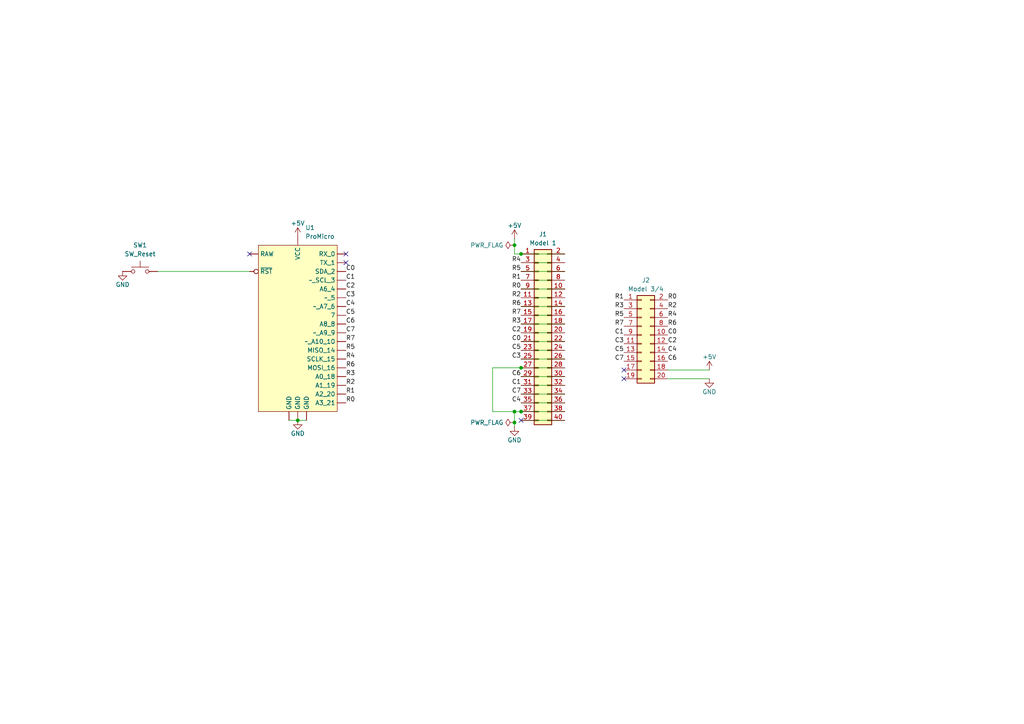
<source format=kicad_sch>
(kicad_sch (version 20231120) (generator "eeschema") (generator_version "8.0")
  (paper "A4")
  (title_block (title "TRS-80 USB Keyboard Pro-Micro Adapter") (date "2024-09-09") (rev "1.1") (company "RetroStack"))
  (lib_symbols
    (symbol "Connector_Generic:Conn_02x10_Odd_Even" (pin_names (offset 1.016) hide)
      (property "Reference" "J" (at 1.27 12.7 0))
      (property "Value" "Conn_02x10_Odd_Even" (at 1.27 -15.24 0))
      (symbol "Conn_02x10_Odd_Even_1_1"
        (rectangle (start -1.27 -12.573) (end 0 -12.827) (stroke (width 0.1524)))
        (rectangle (start -1.27 -10.033) (end 0 -10.287) (stroke (width 0.1524)))
        (rectangle (start -1.27 -7.493) (end 0 -7.747) (stroke (width 0.1524)))
        (rectangle (start -1.27 -4.953) (end 0 -5.207) (stroke (width 0.1524)))
        (rectangle (start -1.27 -2.413) (end 0 -2.667) (stroke (width 0.1524)))
        (rectangle (start -1.27 0.127) (end 0 -0.127) (stroke (width 0.1524)))
        (rectangle (start -1.27 2.667) (end 0 2.413) (stroke (width 0.1524)))
        (rectangle (start -1.27 5.207) (end 0 4.953) (stroke (width 0.1524)))
        (rectangle (start -1.27 7.747) (end 0 7.493) (stroke (width 0.1524)))
        (rectangle (start -1.27 10.287) (end 0 10.033) (stroke (width 0.1524)))
        (rectangle (start -1.27 11.43) (end 3.81 -13.97) (stroke (width 0.254)) (fill (type background)))
        (rectangle (start 3.81 -12.573) (end 2.54 -12.827) (stroke (width 0.1524)))
        (rectangle (start 3.81 -10.033) (end 2.54 -10.287) (stroke (width 0.1524)))
        (rectangle (start 3.81 -7.493) (end 2.54 -7.747) (stroke (width 0.1524)))
        (rectangle (start 3.81 -4.953) (end 2.54 -5.207) (stroke (width 0.1524)))
        (rectangle (start 3.81 -2.413) (end 2.54 -2.667) (stroke (width 0.1524)))
        (rectangle (start 3.81 0.127) (end 2.54 -0.127) (stroke (width 0.1524)))
        (rectangle (start 3.81 2.667) (end 2.54 2.413) (stroke (width 0.1524)))
        (rectangle (start 3.81 5.207) (end 2.54 4.953) (stroke (width 0.1524)))
        (rectangle (start 3.81 7.747) (end 2.54 7.493) (stroke (width 0.1524)))
        (rectangle (start 3.81 10.287) (end 2.54 10.033) (stroke (width 0.1524)))
        (pin passive line (at -5.08 10.16 0) (length 3.81) (name "Pin_1") (number "1"))
        (pin passive line (at 7.62 0 180) (length 3.81) (name "Pin_10") (number "10"))
        (pin passive line (at -5.08 -2.54 0) (length 3.81) (name "Pin_11") (number "11"))
        (pin passive line (at 7.62 -2.54 180) (length 3.81) (name "Pin_12") (number "12"))
        (pin passive line (at -5.08 -5.08 0) (length 3.81) (name "Pin_13") (number "13"))
        (pin passive line (at 7.62 -5.08 180) (length 3.81) (name "Pin_14") (number "14"))
        (pin passive line (at -5.08 -7.62 0) (length 3.81) (name "Pin_15") (number "15"))
        (pin passive line (at 7.62 -7.62 180) (length 3.81) (name "Pin_16") (number "16"))
        (pin passive line (at -5.08 -10.16 0) (length 3.81) (name "Pin_17") (number "17"))
        (pin passive line (at 7.62 -10.16 180) (length 3.81) (name "Pin_18") (number "18"))
        (pin passive line (at -5.08 -12.7 0) (length 3.81) (name "Pin_19") (number "19"))
        (pin passive line (at 7.62 10.16 180) (length 3.81) (name "Pin_2") (number "2"))
        (pin passive line (at 7.62 -12.7 180) (length 3.81) (name "Pin_20") (number "20"))
        (pin passive line (at -5.08 7.62 0) (length 3.81) (name "Pin_3") (number "3"))
        (pin passive line (at 7.62 7.62 180) (length 3.81) (name "Pin_4") (number "4"))
        (pin passive line (at -5.08 5.08 0) (length 3.81) (name "Pin_5") (number "5"))
        (pin passive line (at 7.62 5.08 180) (length 3.81) (name "Pin_6") (number "6"))
        (pin passive line (at -5.08 2.54 0) (length 3.81) (name "Pin_7") (number "7"))
        (pin passive line (at 7.62 2.54 180) (length 3.81) (name "Pin_8") (number "8"))
        (pin passive line (at -5.08 0 0) (length 3.81) (name "Pin_9") (number "9"))
      )
    )
    (symbol "Connector_Generic:Conn_02x20_Odd_Even" (pin_names (offset 1.016) hide)
      (property "Reference" "J" (at 1.27 25.4 0))
      (property "Value" "Conn_02x20_Odd_Even" (at 1.27 -27.94 0))
      (symbol "Conn_02x20_Odd_Even_1_1"
        (rectangle (start -1.27 -25.273) (end 0 -25.527) (stroke (width 0.1524)))
        (rectangle (start -1.27 -22.733) (end 0 -22.987) (stroke (width 0.1524)))
        (rectangle (start -1.27 -20.193) (end 0 -20.447) (stroke (width 0.1524)))
        (rectangle (start -1.27 -17.653) (end 0 -17.907) (stroke (width 0.1524)))
        (rectangle (start -1.27 -15.113) (end 0 -15.367) (stroke (width 0.1524)))
        (rectangle (start -1.27 -12.573) (end 0 -12.827) (stroke (width 0.1524)))
        (rectangle (start -1.27 -10.033) (end 0 -10.287) (stroke (width 0.1524)))
        (rectangle (start -1.27 -7.493) (end 0 -7.747) (stroke (width 0.1524)))
        (rectangle (start -1.27 -4.953) (end 0 -5.207) (stroke (width 0.1524)))
        (rectangle (start -1.27 -2.413) (end 0 -2.667) (stroke (width 0.1524)))
        (rectangle (start -1.27 0.127) (end 0 -0.127) (stroke (width 0.1524)))
        (rectangle (start -1.27 2.667) (end 0 2.413) (stroke (width 0.1524)))
        (rectangle (start -1.27 5.207) (end 0 4.953) (stroke (width 0.1524)))
        (rectangle (start -1.27 7.747) (end 0 7.493) (stroke (width 0.1524)))
        (rectangle (start -1.27 10.287) (end 0 10.033) (stroke (width 0.1524)))
        (rectangle (start -1.27 12.827) (end 0 12.573) (stroke (width 0.1524)))
        (rectangle (start -1.27 15.367) (end 0 15.113) (stroke (width 0.1524)))
        (rectangle (start -1.27 17.907) (end 0 17.653) (stroke (width 0.1524)))
        (rectangle (start -1.27 20.447) (end 0 20.193) (stroke (width 0.1524)))
        (rectangle (start -1.27 22.987) (end 0 22.733) (stroke (width 0.1524)))
        (rectangle (start -1.27 24.13) (end 3.81 -26.67) (stroke (width 0.254)) (fill (type background)))
        (rectangle (start 3.81 -25.273) (end 2.54 -25.527) (stroke (width 0.1524)))
        (rectangle (start 3.81 -22.733) (end 2.54 -22.987) (stroke (width 0.1524)))
        (rectangle (start 3.81 -20.193) (end 2.54 -20.447) (stroke (width 0.1524)))
        (rectangle (start 3.81 -17.653) (end 2.54 -17.907) (stroke (width 0.1524)))
        (rectangle (start 3.81 -15.113) (end 2.54 -15.367) (stroke (width 0.1524)))
        (rectangle (start 3.81 -12.573) (end 2.54 -12.827) (stroke (width 0.1524)))
        (rectangle (start 3.81 -10.033) (end 2.54 -10.287) (stroke (width 0.1524)))
        (rectangle (start 3.81 -7.493) (end 2.54 -7.747) (stroke (width 0.1524)))
        (rectangle (start 3.81 -4.953) (end 2.54 -5.207) (stroke (width 0.1524)))
        (rectangle (start 3.81 -2.413) (end 2.54 -2.667) (stroke (width 0.1524)))
        (rectangle (start 3.81 0.127) (end 2.54 -0.127) (stroke (width 0.1524)))
        (rectangle (start 3.81 2.667) (end 2.54 2.413) (stroke (width 0.1524)))
        (rectangle (start 3.81 5.207) (end 2.54 4.953) (stroke (width 0.1524)))
        (rectangle (start 3.81 7.747) (end 2.54 7.493) (stroke (width 0.1524)))
        (rectangle (start 3.81 10.287) (end 2.54 10.033) (stroke (width 0.1524)))
        (rectangle (start 3.81 12.827) (end 2.54 12.573) (stroke (width 0.1524)))
        (rectangle (start 3.81 15.367) (end 2.54 15.113) (stroke (width 0.1524)))
        (rectangle (start 3.81 17.907) (end 2.54 17.653) (stroke (width 0.1524)))
        (rectangle (start 3.81 20.447) (end 2.54 20.193) (stroke (width 0.1524)))
        (rectangle (start 3.81 22.987) (end 2.54 22.733) (stroke (width 0.1524)))
        (pin passive line (at -5.08 22.86 0) (length 3.81) (name "Pin_1") (number "1"))
        (pin passive line (at 7.62 12.7 180) (length 3.81) (name "Pin_10") (number "10"))
        (pin passive line (at -5.08 10.16 0) (length 3.81) (name "Pin_11") (number "11"))
        (pin passive line (at 7.62 10.16 180) (length 3.81) (name "Pin_12") (number "12"))
        (pin passive line (at -5.08 7.62 0) (length 3.81) (name "Pin_13") (number "13"))
        (pin passive line (at 7.62 7.62 180) (length 3.81) (name "Pin_14") (number "14"))
        (pin passive line (at -5.08 5.08 0) (length 3.81) (name "Pin_15") (number "15"))
        (pin passive line (at 7.62 5.08 180) (length 3.81) (name "Pin_16") (number "16"))
        (pin passive line (at -5.08 2.54 0) (length 3.81) (name "Pin_17") (number "17"))
        (pin passive line (at 7.62 2.54 180) (length 3.81) (name "Pin_18") (number "18"))
        (pin passive line (at -5.08 0 0) (length 3.81) (name "Pin_19") (number "19"))
        (pin passive line (at 7.62 22.86 180) (length 3.81) (name "Pin_2") (number "2"))
        (pin passive line (at 7.62 0 180) (length 3.81) (name "Pin_20") (number "20"))
        (pin passive line (at -5.08 -2.54 0) (length 3.81) (name "Pin_21") (number "21"))
        (pin passive line (at 7.62 -2.54 180) (length 3.81) (name "Pin_22") (number "22"))
        (pin passive line (at -5.08 -5.08 0) (length 3.81) (name "Pin_23") (number "23"))
        (pin passive line (at 7.62 -5.08 180) (length 3.81) (name "Pin_24") (number "24"))
        (pin passive line (at -5.08 -7.62 0) (length 3.81) (name "Pin_25") (number "25"))
        (pin passive line (at 7.62 -7.62 180) (length 3.81) (name "Pin_26") (number "26"))
        (pin passive line (at -5.08 -10.16 0) (length 3.81) (name "Pin_27") (number "27"))
        (pin passive line (at 7.62 -10.16 180) (length 3.81) (name "Pin_28") (number "28"))
        (pin passive line (at -5.08 -12.7 0) (length 3.81) (name "Pin_29") (number "29"))
        (pin passive line (at -5.08 20.32 0) (length 3.81) (name "Pin_3") (number "3"))
        (pin passive line (at 7.62 -12.7 180) (length 3.81) (name "Pin_30") (number "30"))
        (pin passive line (at -5.08 -15.24 0) (length 3.81) (name "Pin_31") (number "31"))
        (pin passive line (at 7.62 -15.24 180) (length 3.81) (name "Pin_32") (number "32"))
        (pin passive line (at -5.08 -17.78 0) (length 3.81) (name "Pin_33") (number "33"))
        (pin passive line (at 7.62 -17.78 180) (length 3.81) (name "Pin_34") (number "34"))
        (pin passive line (at -5.08 -20.32 0) (length 3.81) (name "Pin_35") (number "35"))
        (pin passive line (at 7.62 -20.32 180) (length 3.81) (name "Pin_36") (number "36"))
        (pin passive line (at -5.08 -22.86 0) (length 3.81) (name "Pin_37") (number "37"))
        (pin passive line (at 7.62 -22.86 180) (length 3.81) (name "Pin_38") (number "38"))
        (pin passive line (at -5.08 -25.4 0) (length 3.81) (name "Pin_39") (number "39"))
        (pin passive line (at 7.62 20.32 180) (length 3.81) (name "Pin_4") (number "4"))
        (pin passive line (at 7.62 -25.4 180) (length 3.81) (name "Pin_40") (number "40"))
        (pin passive line (at -5.08 17.78 0) (length 3.81) (name "Pin_5") (number "5"))
        (pin passive line (at 7.62 17.78 180) (length 3.81) (name "Pin_6") (number "6"))
        (pin passive line (at -5.08 15.24 0) (length 3.81) (name "Pin_7") (number "7"))
        (pin passive line (at 7.62 15.24 180) (length 3.81) (name "Pin_8") (number "8"))
        (pin passive line (at -5.08 12.7 0) (length 3.81) (name "Pin_9") (number "9"))
      )
    )
    (symbol "RetroStackLibrary:ProMicro" (pin_numbers hide)
      (property "Reference" "U" (at 2.54 25.908 0))
      (property "Value" "ProMicro" (at 0 0 90))
      (symbol "ProMicro_1_1"
        (rectangle (start -11.43 24.13) (end 11.43 -24.13) (fill (type background)))
        (pin bidirectional line (at 13.97 19.05 180) (length 2.54) (name "TX_1") (number "1"))
        (pin bidirectional line (at 13.97 3.81 180) (length 2.54) (name "7") (number "10"))
        (pin bidirectional line (at 13.97 1.27 180) (length 2.54) (name "A8_8") (number "11"))
        (pin bidirectional line (at 13.97 -1.27 180) (length 2.54) (name "~_A9_9") (number "12"))
        (pin bidirectional line (at 13.97 -3.81 180) (length 2.54) (name "~_A10_10") (number "13"))
        (pin bidirectional line (at 13.97 -11.43 180) (length 2.54) (name "MOSI_16") (number "14"))
        (pin bidirectional line (at 13.97 -6.35 180) (length 2.54) (name "MISO_14") (number "15"))
        (pin bidirectional line (at 13.97 -8.89 180) (length 2.54) (name "SCLK_15") (number "16"))
        (pin bidirectional line (at 13.97 -13.97 180) (length 2.54) (name "A0_18") (number "17"))
        (pin bidirectional line (at 13.97 -16.51 180) (length 2.54) (name "A1_19") (number "18"))
        (pin bidirectional line (at 13.97 -19.05 180) (length 2.54) (name "A2_20") (number "19"))
        (pin bidirectional line (at 13.97 21.59 180) (length 2.54) (name "RX_0") (number "2"))
        (pin bidirectional line (at 13.97 -21.59 180) (length 2.54) (name "A3_21") (number "20"))
        (pin power_in line (at 0 26.67 270) (length 2.54) (name "VCC") (number "21"))
        (pin input inverted (at -13.97 16.51 0) (length 2.54) (name "~{RST}") (number "22"))
        (pin power_in line (at 2.54 -26.67 90) (length 2.54) (name "GND") (number "23"))
        (pin input line (at -13.97 21.59 0) (length 2.54) (name "RAW") (number "24"))
        (pin power_in line (at -2.54 -26.67 90) (length 2.54) (name "GND") (number "3"))
        (pin power_in line (at 0 -26.67 90) (length 2.54) (name "GND") (number "4"))
        (pin bidirectional line (at 13.97 16.51 180) (length 2.54) (name "SDA_2") (number "5"))
        (pin bidirectional line (at 13.97 13.97 180) (length 2.54) (name "~_SCL_3") (number "6"))
        (pin bidirectional line (at 13.97 11.43 180) (length 2.54) (name "A6_4") (number "7"))
        (pin bidirectional line (at 13.97 8.89 180) (length 2.54) (name "~_5") (number "8"))
        (pin bidirectional line (at 13.97 6.35 180) (length 2.54) (name "~_A7_6") (number "9"))
      )
    )
    (symbol "Switch:SW_Push" (pin_numbers hide) (pin_names (offset 1.016) hide)
      (property "Reference" "SW" (at 1.27 2.54 0))
      (property "Value" "SW_Push" (at 0 -1.524 0))
      (symbol "SW_Push_0_1"
        (circle (center -2.032 0) (radius 0.508))
        (polyline (pts (xy 0 1.27) (xy 0 3.048)))
        (polyline (pts (xy 2.54 1.27) (xy -2.54 1.27)))
        (circle (center 2.032 0) (radius 0.508))
        (pin passive line (at -5.08 0 0) (length 2.54) (name "1") (number "1"))
        (pin passive line (at 5.08 0 180) (length 2.54) (name "2") (number "2"))
      )
    )
    (symbol "power:+5V" (power) (pin_numbers hide) (pin_names (offset 0) hide)
      (property "Value" "+5V" (at 0 3.556 0))
      (symbol "+5V_0_1"
        (polyline (pts (xy -0.762 1.27) (xy 0 2.54)))
        (polyline (pts (xy 0 0) (xy 0 2.54)))
        (polyline (pts (xy 0 2.54) (xy 0.762 1.27)))
      )
      (symbol "+5V_1_1"
        (pin power_in line (at 0 0 90) (length 0) (name "~") (number "1"))
      )
    )
    (symbol "power:GND" (power) (pin_numbers hide) (pin_names (offset 0) hide)
      (property "Value" "GND" (at 0 -3.81 0))
      (symbol "GND_0_1"
        (polyline (pts (xy 0 0) (xy 0 -1.27) (xy 1.27 -1.27) (xy 0 -2.54) (xy -1.27 -1.27) (xy 0 -1.27)))
      )
      (symbol "GND_1_1"
        (pin power_in line (at 0 0 270) (length 0) (name "~") (number "1"))
      )
    )
    (symbol "power:PWR_FLAG" (power) (pin_numbers hide) (pin_names (offset 0) hide)
      (property "Value" "PWR_FLAG" (at 0 3.81 0))
      (symbol "PWR_FLAG_0_0"
        (pin power_out line (at 0 0 90) (length 0) (name "~") (number "1"))
      )
      (symbol "PWR_FLAG_0_1"
        (polyline (pts (xy 0 0) (xy 0 1.27) (xy -1.016 1.905) (xy 0 2.54) (xy 1.016 1.905) (xy 0 1.27)))
      )
    )
  )
  (junction (at 151.13 106.68))
  (junction (at 149.225 119.38))
  (junction (at 151.13 119.38))
  (junction (at 86.36 121.92))
  (junction (at 149.225 71.12))
  (junction (at 149.225 122.555))
  (junction (at 151.13 73.66))
  (no_connect (at 100.33 73.66))
  (no_connect (at 180.975 107.315))
  (no_connect (at 100.33 76.2))
  (no_connect (at 72.39 73.66))
  (no_connect (at 151.13 121.92))
  (no_connect (at 180.975 109.855))
  (wire (pts (xy 151.13 116.84) (xy 163.83 116.84)))
  (wire (pts (xy 83.82 121.92) (xy 86.36 121.92)))
  (wire (pts (xy 151.13 119.38) (xy 163.83 119.38)))
  (wire (pts (xy 151.13 78.74) (xy 163.83 78.74)))
  (wire (pts (xy 193.675 109.855) (xy 205.74 109.855)))
  (wire (pts (xy 142.875 106.68) (xy 142.875 119.38)))
  (wire (pts (xy 151.13 73.66) (xy 149.225 73.66)))
  (wire (pts (xy 151.13 76.2) (xy 163.83 76.2)))
  (wire (pts (xy 151.13 101.6) (xy 163.83 101.6)))
  (wire (pts (xy 86.36 121.92) (xy 88.9 121.92)))
  (wire (pts (xy 151.13 73.66) (xy 163.83 73.66)))
  (wire (pts (xy 149.225 73.66) (xy 149.225 71.12)))
  (wire (pts (xy 151.13 109.22) (xy 163.83 109.22)))
  (wire (pts (xy 151.13 121.92) (xy 163.83 121.92)))
  (wire (pts (xy 151.13 83.82) (xy 163.83 83.82)))
  (wire (pts (xy 151.13 119.38) (xy 149.225 119.38)))
  (wire (pts (xy 151.13 114.3) (xy 163.83 114.3)))
  (wire (pts (xy 151.13 106.68) (xy 142.875 106.68)))
  (wire (pts (xy 151.13 91.44) (xy 163.83 91.44)))
  (wire (pts (xy 151.13 81.28) (xy 163.83 81.28)))
  (wire (pts (xy 149.225 71.12) (xy 149.225 69.215)))
  (wire (pts (xy 151.13 93.98) (xy 163.83 93.98)))
  (wire (pts (xy 151.13 96.52) (xy 163.83 96.52)))
  (wire (pts (xy 72.39 78.74) (xy 45.72 78.74)))
  (wire (pts (xy 151.13 111.76) (xy 163.83 111.76)))
  (wire (pts (xy 151.13 104.14) (xy 163.83 104.14)))
  (wire (pts (xy 151.13 88.9) (xy 163.83 88.9)))
  (wire (pts (xy 142.875 119.38) (xy 149.225 119.38)))
  (wire (pts (xy 149.225 119.38) (xy 149.225 122.555)))
  (wire (pts (xy 151.13 86.36) (xy 163.83 86.36)))
  (wire (pts (xy 149.225 122.555) (xy 149.225 123.825)))
  (wire (pts (xy 151.13 99.06) (xy 163.83 99.06)))
  (wire (pts (xy 151.13 106.68) (xy 163.83 106.68)))
  (wire (pts (xy 193.675 107.315) (xy 205.74 107.315)))
  (label "R2" (at 100.33 111.76 0))
  (label "R3" (at 180.975 89.535 180))
  (label "R7" (at 100.33 99.06 0))
  (label "R0" (at 100.33 116.84 0))
  (label "R1" (at 100.33 114.3 0))
  (label "C2" (at 193.675 99.695 0))
  (label "R4" (at 151.13 76.2 180))
  (label "C2" (at 151.13 96.52 180))
  (label "C1" (at 151.13 111.76 180))
  (label "R5" (at 151.13 78.74 180))
  (label "R4" (at 100.33 104.14 0))
  (label "C0" (at 151.13 99.06 180))
  (label "R2" (at 193.675 89.535 0))
  (label "R3" (at 151.13 93.98 180))
  (label "C0" (at 100.33 78.74 0))
  (label "R7" (at 151.13 91.44 180))
  (label "R6" (at 193.675 94.615 0))
  (label "C3" (at 180.975 99.695 180))
  (label "C0" (at 193.675 97.155 0))
  (label "C6" (at 193.675 104.775 0))
  (label "R0" (at 151.13 83.82 180))
  (label "R3" (at 100.33 109.22 0))
  (label "R0" (at 193.675 86.995 0))
  (label "R5" (at 100.33 101.6 0))
  (label "R6" (at 151.13 88.9 180))
  (label "C1" (at 100.33 81.28 0))
  (label "R5" (at 180.975 92.075 180))
  (label "R1" (at 180.975 86.995 180))
  (label "C3" (at 151.13 104.14 180))
  (label "R7" (at 180.975 94.615 180))
  (label "C7" (at 180.975 104.775 180))
  (label "C2" (at 100.33 83.82 0))
  (label "R2" (at 151.13 86.36 180))
  (label "C6" (at 100.33 93.98 0))
  (label "C6" (at 151.13 109.22 180))
  (label "C4" (at 151.13 116.84 180))
  (label "C5" (at 151.13 101.6 180))
  (label "C1" (at 180.975 97.155 180))
  (label "C4" (at 100.33 88.9 0))
  (label "C4" (at 193.675 102.235 0))
  (label "C7" (at 100.33 96.52 0))
  (label "C5" (at 180.975 102.235 180))
  (label "R4" (at 193.675 92.075 0))
  (label "C5" (at 100.33 91.44 0))
  (label "C3" (at 100.33 86.36 0))
  (label "C7" (at 151.13 114.3 180))
  (label "R6" (at 100.33 106.68 0))
  (label "R1" (at 151.13 81.28 180))
  (symbol (lib_id "power:GND") (at 149.225 123.825 0) (unit 1)
    (property "Reference" "#PWR05" (effects (hide yes)))
    (property "Value" "GND" (at 149.225 127.635 0))
    (property "Description" "Power symbol creates a global label with name \"GND\" , ground" (effects (hide yes)))
  )
  (symbol (lib_id "power:GND") (at 86.36 121.92 0) (unit 1)
    (property "Reference" "#PWR02" (effects (hide yes)))
    (property "Value" "GND" (at 86.36 125.73 0))
    (property "Description" "Power symbol creates a global label with name \"GND\" , ground" (effects (hide yes)))
  )
  (symbol (lib_id "Connector_Generic:Conn_02x10_Odd_Even") (at 186.055 97.155 0) (unit 1)
    (property "Reference" "J2" (at 187.325 81.28 0))
    (property "Value" "Model 3/4" (at 187.325 83.82 0))
    (property "Footprint" "Connector_IDC:IDC-Header_2x10_P2.54mm_Vertical" (effects (hide yes)))
    (property "Description" "Generic connector, double row, 02x10, odd/even pin numbering scheme (row 1 odd numbers, row 2 even numbers), script generated (kicad-library-utils/schlib/autogen/connector/)" (effects (hide yes)))
  )
  (symbol (lib_id "power:+5V") (at 86.36 68.58 0) (unit 1)
    (property "Reference" "#PWR01" (effects (hide yes)))
    (property "Value" "+5V" (at 86.36 64.77 0))
    (property "Description" "Power symbol creates a global label with name \"+5V\"" (effects (hide yes)))
  )
  (symbol (lib_id "power:GND") (at 35.56 78.74 0) (unit 1)
    (property "Reference" "#PWR03" (effects (hide yes)))
    (property "Value" "GND" (at 35.56 82.55 0))
    (property "Description" "Power symbol creates a global label with name \"GND\" , ground" (effects (hide yes)))
  )
  (symbol (lib_id "RetroStackLibrary:ProMicro") (at 86.36 95.25 0) (unit 1)
    (property "Reference" "U1" (at 88.5541 66.04 0) (effects (justify left)))
    (property "Value" "ProMicro" (at 88.5541 68.58 0) (effects (justify left)))
    (property "Footprint" "RetroStackLibrary:ProMicro" (effects (hide yes)))
  )
  (symbol (lib_id "Switch:SW_Push") (at 40.64 78.74 0) (unit 1)
    (property "Reference" "SW1" (at 40.64 71.12 0))
    (property "Value" "SW_Reset" (at 40.64 73.66 0))
    (property "Footprint" "RetroStackLibrary:SW_SPST_Push" (effects (hide yes)))
    (property "Description" "Push button switch, generic, two pins" (effects (hide yes)))
  )
  (symbol (lib_id "power:PWR_FLAG") (at 149.225 71.12 90) (unit 1)
    (property "Reference" "#FLG01" (effects (hide yes)))
    (property "Value" "PWR_FLAG" (at 146.05 71.1199 90) (effects (justify left)))
    (property "Description" "Special symbol for telling ERC where power comes from" (effects (hide yes)))
  )
  (symbol (lib_id "power:+5V") (at 149.225 69.215 0) (unit 1)
    (property "Reference" "#PWR04" (effects (hide yes)))
    (property "Value" "+5V" (at 149.225 65.405 0))
    (property "Description" "Power symbol creates a global label with name \"+5V\"" (effects (hide yes)))
  )
  (symbol (lib_id "power:+5V") (at 205.74 107.315 0) (unit 1)
    (property "Reference" "#PWR06" (effects (hide yes)))
    (property "Value" "+5V" (at 205.74 103.505 0))
    (property "Description" "Power symbol creates a global label with name \"+5V\"" (effects (hide yes)))
  )
  (symbol (lib_id "power:PWR_FLAG") (at 149.225 122.555 90) (unit 1)
    (property "Reference" "#FLG02" (effects (hide yes)))
    (property "Value" "PWR_FLAG" (at 146.05 122.5549 90) (effects (justify left)))
    (property "Description" "Special symbol for telling ERC where power comes from" (effects (hide yes)))
  )
  (symbol (lib_id "Connector_Generic:Conn_02x20_Odd_Even") (at 156.21 96.52 0) (unit 1)
    (property "Reference" "J1" (at 157.48 67.945 0))
    (property "Value" "Model 1" (at 157.48 70.485 0))
    (property "Footprint" "Connector_IDC:IDC-Header_2x20_P2.54mm_Vertical" (effects (hide yes)))
    (property "Description" "Generic connector, double row, 02x20, odd/even pin numbering scheme (row 1 odd numbers, row 2 even numbers), script generated (kicad-library-utils/schlib/autogen/connector/)" (effects (hide yes)))
  )
  (symbol (lib_id "power:GND") (at 205.74 109.855 0) (unit 1)
    (property "Reference" "#PWR07" (effects (hide yes)))
    (property "Value" "GND" (at 205.74 113.665 0))
    (property "Description" "Power symbol creates a global label with name \"GND\" , ground" (effects (hide yes)))
  )
)
</source>
